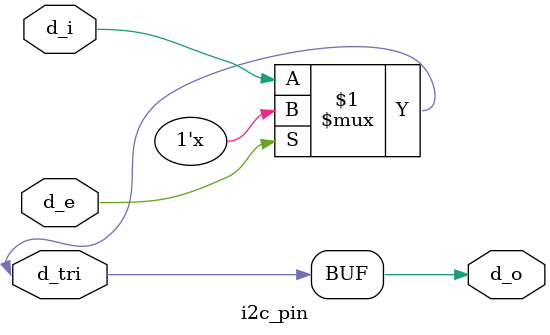
<source format=sv>
/*
*  File            : i2c_pin.sv
*  Autor           : Vlasov D.V.
*  Data            : 16.03.2021
*  Language        : SystemVerilog
*  Description     : This is i2c pin
*  Copyright(c)    : 2019 - 2021 Vlasov D.V.
*/

module i2c_pin
(
    input   wire    [0 : 0]     d_i,
    input   wire    [0 : 0]     d_e,
    output  wire    [0 : 0]     d_o,
    inout   wire    [0 : 0]     d_tri
);

    assign d_tri = d_e ? 1'bz : d_i;
    assign d_o = d_tri;

endmodule : i2c_pin

</source>
